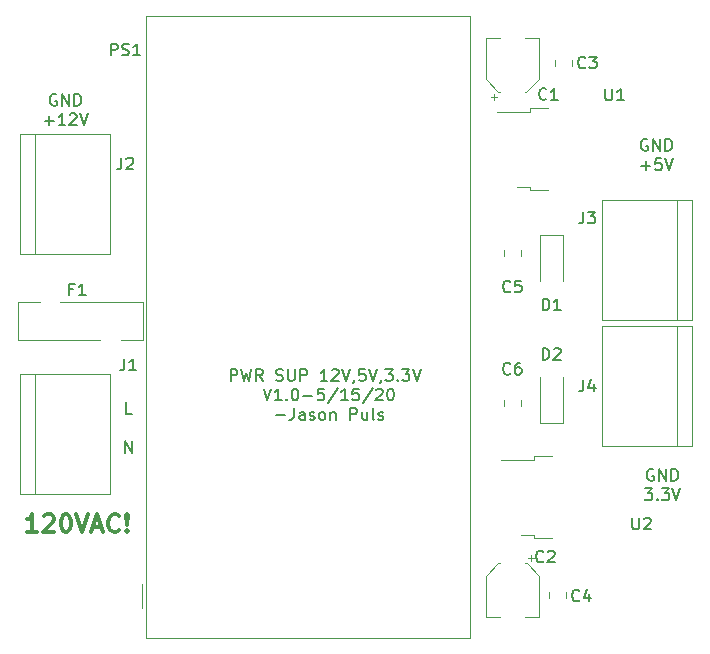
<source format=gbr>
G04 #@! TF.GenerationSoftware,KiCad,Pcbnew,5.1.5-52549c5~84~ubuntu18.04.1*
G04 #@! TF.CreationDate,2020-05-16T16:19:51-04:00*
G04 #@! TF.ProjectId,PWR_SUPPLY,5057525f-5355-4505-904c-592e6b696361,rev?*
G04 #@! TF.SameCoordinates,Original*
G04 #@! TF.FileFunction,Legend,Top*
G04 #@! TF.FilePolarity,Positive*
%FSLAX46Y46*%
G04 Gerber Fmt 4.6, Leading zero omitted, Abs format (unit mm)*
G04 Created by KiCad (PCBNEW 5.1.5-52549c5~84~ubuntu18.04.1) date 2020-05-16 16:19:51*
%MOMM*%
%LPD*%
G04 APERTURE LIST*
%ADD10C,0.150000*%
%ADD11C,0.300000*%
%ADD12C,0.120000*%
G04 APERTURE END LIST*
D10*
X120959523Y-99894380D02*
X120483333Y-99894380D01*
X120483333Y-98894380D01*
X120364285Y-103194380D02*
X120364285Y-102194380D01*
X120935714Y-103194380D01*
X120935714Y-102194380D01*
X165100095Y-104593000D02*
X165004857Y-104545380D01*
X164862000Y-104545380D01*
X164719142Y-104593000D01*
X164623904Y-104688238D01*
X164576285Y-104783476D01*
X164528666Y-104973952D01*
X164528666Y-105116809D01*
X164576285Y-105307285D01*
X164623904Y-105402523D01*
X164719142Y-105497761D01*
X164862000Y-105545380D01*
X164957238Y-105545380D01*
X165100095Y-105497761D01*
X165147714Y-105450142D01*
X165147714Y-105116809D01*
X164957238Y-105116809D01*
X165576285Y-105545380D02*
X165576285Y-104545380D01*
X166147714Y-105545380D01*
X166147714Y-104545380D01*
X166623904Y-105545380D02*
X166623904Y-104545380D01*
X166862000Y-104545380D01*
X167004857Y-104593000D01*
X167100095Y-104688238D01*
X167147714Y-104783476D01*
X167195333Y-104973952D01*
X167195333Y-105116809D01*
X167147714Y-105307285D01*
X167100095Y-105402523D01*
X167004857Y-105497761D01*
X166862000Y-105545380D01*
X166623904Y-105545380D01*
X164385809Y-106195380D02*
X165004857Y-106195380D01*
X164671523Y-106576333D01*
X164814380Y-106576333D01*
X164909619Y-106623952D01*
X164957238Y-106671571D01*
X165004857Y-106766809D01*
X165004857Y-107004904D01*
X164957238Y-107100142D01*
X164909619Y-107147761D01*
X164814380Y-107195380D01*
X164528666Y-107195380D01*
X164433428Y-107147761D01*
X164385809Y-107100142D01*
X165433428Y-107100142D02*
X165481047Y-107147761D01*
X165433428Y-107195380D01*
X165385809Y-107147761D01*
X165433428Y-107100142D01*
X165433428Y-107195380D01*
X165814380Y-106195380D02*
X166433428Y-106195380D01*
X166100095Y-106576333D01*
X166242952Y-106576333D01*
X166338190Y-106623952D01*
X166385809Y-106671571D01*
X166433428Y-106766809D01*
X166433428Y-107004904D01*
X166385809Y-107100142D01*
X166338190Y-107147761D01*
X166242952Y-107195380D01*
X165957238Y-107195380D01*
X165862000Y-107147761D01*
X165814380Y-107100142D01*
X166719142Y-106195380D02*
X167052476Y-107195380D01*
X167385809Y-106195380D01*
X164592095Y-76653000D02*
X164496857Y-76605380D01*
X164354000Y-76605380D01*
X164211142Y-76653000D01*
X164115904Y-76748238D01*
X164068285Y-76843476D01*
X164020666Y-77033952D01*
X164020666Y-77176809D01*
X164068285Y-77367285D01*
X164115904Y-77462523D01*
X164211142Y-77557761D01*
X164354000Y-77605380D01*
X164449238Y-77605380D01*
X164592095Y-77557761D01*
X164639714Y-77510142D01*
X164639714Y-77176809D01*
X164449238Y-77176809D01*
X165068285Y-77605380D02*
X165068285Y-76605380D01*
X165639714Y-77605380D01*
X165639714Y-76605380D01*
X166115904Y-77605380D02*
X166115904Y-76605380D01*
X166354000Y-76605380D01*
X166496857Y-76653000D01*
X166592095Y-76748238D01*
X166639714Y-76843476D01*
X166687333Y-77033952D01*
X166687333Y-77176809D01*
X166639714Y-77367285D01*
X166592095Y-77462523D01*
X166496857Y-77557761D01*
X166354000Y-77605380D01*
X166115904Y-77605380D01*
X164068285Y-78874428D02*
X164830190Y-78874428D01*
X164449238Y-79255380D02*
X164449238Y-78493476D01*
X165782571Y-78255380D02*
X165306380Y-78255380D01*
X165258761Y-78731571D01*
X165306380Y-78683952D01*
X165401619Y-78636333D01*
X165639714Y-78636333D01*
X165734952Y-78683952D01*
X165782571Y-78731571D01*
X165830190Y-78826809D01*
X165830190Y-79064904D01*
X165782571Y-79160142D01*
X165734952Y-79207761D01*
X165639714Y-79255380D01*
X165401619Y-79255380D01*
X165306380Y-79207761D01*
X165258761Y-79160142D01*
X166115904Y-78255380D02*
X166449238Y-79255380D01*
X166782571Y-78255380D01*
X114554095Y-72843000D02*
X114458857Y-72795380D01*
X114316000Y-72795380D01*
X114173142Y-72843000D01*
X114077904Y-72938238D01*
X114030285Y-73033476D01*
X113982666Y-73223952D01*
X113982666Y-73366809D01*
X114030285Y-73557285D01*
X114077904Y-73652523D01*
X114173142Y-73747761D01*
X114316000Y-73795380D01*
X114411238Y-73795380D01*
X114554095Y-73747761D01*
X114601714Y-73700142D01*
X114601714Y-73366809D01*
X114411238Y-73366809D01*
X115030285Y-73795380D02*
X115030285Y-72795380D01*
X115601714Y-73795380D01*
X115601714Y-72795380D01*
X116077904Y-73795380D02*
X116077904Y-72795380D01*
X116316000Y-72795380D01*
X116458857Y-72843000D01*
X116554095Y-72938238D01*
X116601714Y-73033476D01*
X116649333Y-73223952D01*
X116649333Y-73366809D01*
X116601714Y-73557285D01*
X116554095Y-73652523D01*
X116458857Y-73747761D01*
X116316000Y-73795380D01*
X116077904Y-73795380D01*
X113554095Y-75064428D02*
X114316000Y-75064428D01*
X113935047Y-75445380D02*
X113935047Y-74683476D01*
X115316000Y-75445380D02*
X114744571Y-75445380D01*
X115030285Y-75445380D02*
X115030285Y-74445380D01*
X114935047Y-74588238D01*
X114839809Y-74683476D01*
X114744571Y-74731095D01*
X115696952Y-74540619D02*
X115744571Y-74493000D01*
X115839809Y-74445380D01*
X116077904Y-74445380D01*
X116173142Y-74493000D01*
X116220761Y-74540619D01*
X116268380Y-74635857D01*
X116268380Y-74731095D01*
X116220761Y-74873952D01*
X115649333Y-75445380D01*
X116268380Y-75445380D01*
X116554095Y-74445380D02*
X116887428Y-75445380D01*
X117220761Y-74445380D01*
D11*
X112939142Y-109898571D02*
X112082000Y-109898571D01*
X112510571Y-109898571D02*
X112510571Y-108398571D01*
X112367714Y-108612857D01*
X112224857Y-108755714D01*
X112082000Y-108827142D01*
X113510571Y-108541428D02*
X113582000Y-108470000D01*
X113724857Y-108398571D01*
X114082000Y-108398571D01*
X114224857Y-108470000D01*
X114296285Y-108541428D01*
X114367714Y-108684285D01*
X114367714Y-108827142D01*
X114296285Y-109041428D01*
X113439142Y-109898571D01*
X114367714Y-109898571D01*
X115296285Y-108398571D02*
X115439142Y-108398571D01*
X115582000Y-108470000D01*
X115653428Y-108541428D01*
X115724857Y-108684285D01*
X115796285Y-108970000D01*
X115796285Y-109327142D01*
X115724857Y-109612857D01*
X115653428Y-109755714D01*
X115582000Y-109827142D01*
X115439142Y-109898571D01*
X115296285Y-109898571D01*
X115153428Y-109827142D01*
X115082000Y-109755714D01*
X115010571Y-109612857D01*
X114939142Y-109327142D01*
X114939142Y-108970000D01*
X115010571Y-108684285D01*
X115082000Y-108541428D01*
X115153428Y-108470000D01*
X115296285Y-108398571D01*
X116224857Y-108398571D02*
X116724857Y-109898571D01*
X117224857Y-108398571D01*
X117653428Y-109470000D02*
X118367714Y-109470000D01*
X117510571Y-109898571D02*
X118010571Y-108398571D01*
X118510571Y-109898571D01*
X119867714Y-109755714D02*
X119796285Y-109827142D01*
X119582000Y-109898571D01*
X119439142Y-109898571D01*
X119224857Y-109827142D01*
X119082000Y-109684285D01*
X119010571Y-109541428D01*
X118939142Y-109255714D01*
X118939142Y-109041428D01*
X119010571Y-108755714D01*
X119082000Y-108612857D01*
X119224857Y-108470000D01*
X119439142Y-108398571D01*
X119582000Y-108398571D01*
X119796285Y-108470000D01*
X119867714Y-108541428D01*
X120510571Y-109755714D02*
X120582000Y-109827142D01*
X120510571Y-109898571D01*
X120439142Y-109827142D01*
X120510571Y-109755714D01*
X120510571Y-109898571D01*
X120510571Y-109327142D02*
X120439142Y-108470000D01*
X120510571Y-108398571D01*
X120582000Y-108470000D01*
X120510571Y-109327142D01*
X120510571Y-108398571D01*
D10*
X129310857Y-97100380D02*
X129310857Y-96100380D01*
X129691809Y-96100380D01*
X129787047Y-96148000D01*
X129834666Y-96195619D01*
X129882285Y-96290857D01*
X129882285Y-96433714D01*
X129834666Y-96528952D01*
X129787047Y-96576571D01*
X129691809Y-96624190D01*
X129310857Y-96624190D01*
X130215619Y-96100380D02*
X130453714Y-97100380D01*
X130644190Y-96386095D01*
X130834666Y-97100380D01*
X131072761Y-96100380D01*
X132025142Y-97100380D02*
X131691809Y-96624190D01*
X131453714Y-97100380D02*
X131453714Y-96100380D01*
X131834666Y-96100380D01*
X131929904Y-96148000D01*
X131977523Y-96195619D01*
X132025142Y-96290857D01*
X132025142Y-96433714D01*
X131977523Y-96528952D01*
X131929904Y-96576571D01*
X131834666Y-96624190D01*
X131453714Y-96624190D01*
X133168000Y-97052761D02*
X133310857Y-97100380D01*
X133548952Y-97100380D01*
X133644190Y-97052761D01*
X133691809Y-97005142D01*
X133739428Y-96909904D01*
X133739428Y-96814666D01*
X133691809Y-96719428D01*
X133644190Y-96671809D01*
X133548952Y-96624190D01*
X133358476Y-96576571D01*
X133263238Y-96528952D01*
X133215619Y-96481333D01*
X133168000Y-96386095D01*
X133168000Y-96290857D01*
X133215619Y-96195619D01*
X133263238Y-96148000D01*
X133358476Y-96100380D01*
X133596571Y-96100380D01*
X133739428Y-96148000D01*
X134168000Y-96100380D02*
X134168000Y-96909904D01*
X134215619Y-97005142D01*
X134263238Y-97052761D01*
X134358476Y-97100380D01*
X134548952Y-97100380D01*
X134644190Y-97052761D01*
X134691809Y-97005142D01*
X134739428Y-96909904D01*
X134739428Y-96100380D01*
X135215619Y-97100380D02*
X135215619Y-96100380D01*
X135596571Y-96100380D01*
X135691809Y-96148000D01*
X135739428Y-96195619D01*
X135787047Y-96290857D01*
X135787047Y-96433714D01*
X135739428Y-96528952D01*
X135691809Y-96576571D01*
X135596571Y-96624190D01*
X135215619Y-96624190D01*
X137501333Y-97100380D02*
X136929904Y-97100380D01*
X137215619Y-97100380D02*
X137215619Y-96100380D01*
X137120380Y-96243238D01*
X137025142Y-96338476D01*
X136929904Y-96386095D01*
X137882285Y-96195619D02*
X137929904Y-96148000D01*
X138025142Y-96100380D01*
X138263238Y-96100380D01*
X138358476Y-96148000D01*
X138406095Y-96195619D01*
X138453714Y-96290857D01*
X138453714Y-96386095D01*
X138406095Y-96528952D01*
X137834666Y-97100380D01*
X138453714Y-97100380D01*
X138739428Y-96100380D02*
X139072761Y-97100380D01*
X139406095Y-96100380D01*
X139787047Y-97052761D02*
X139787047Y-97100380D01*
X139739428Y-97195619D01*
X139691809Y-97243238D01*
X140691809Y-96100380D02*
X140215619Y-96100380D01*
X140168000Y-96576571D01*
X140215619Y-96528952D01*
X140310857Y-96481333D01*
X140548952Y-96481333D01*
X140644190Y-96528952D01*
X140691809Y-96576571D01*
X140739428Y-96671809D01*
X140739428Y-96909904D01*
X140691809Y-97005142D01*
X140644190Y-97052761D01*
X140548952Y-97100380D01*
X140310857Y-97100380D01*
X140215619Y-97052761D01*
X140168000Y-97005142D01*
X141025142Y-96100380D02*
X141358476Y-97100380D01*
X141691809Y-96100380D01*
X142072761Y-97052761D02*
X142072761Y-97100380D01*
X142025142Y-97195619D01*
X141977523Y-97243238D01*
X142406095Y-96100380D02*
X143025142Y-96100380D01*
X142691809Y-96481333D01*
X142834666Y-96481333D01*
X142929904Y-96528952D01*
X142977523Y-96576571D01*
X143025142Y-96671809D01*
X143025142Y-96909904D01*
X142977523Y-97005142D01*
X142929904Y-97052761D01*
X142834666Y-97100380D01*
X142548952Y-97100380D01*
X142453714Y-97052761D01*
X142406095Y-97005142D01*
X143453714Y-97005142D02*
X143501333Y-97052761D01*
X143453714Y-97100380D01*
X143406095Y-97052761D01*
X143453714Y-97005142D01*
X143453714Y-97100380D01*
X143834666Y-96100380D02*
X144453714Y-96100380D01*
X144120380Y-96481333D01*
X144263238Y-96481333D01*
X144358476Y-96528952D01*
X144406095Y-96576571D01*
X144453714Y-96671809D01*
X144453714Y-96909904D01*
X144406095Y-97005142D01*
X144358476Y-97052761D01*
X144263238Y-97100380D01*
X143977523Y-97100380D01*
X143882285Y-97052761D01*
X143834666Y-97005142D01*
X144739428Y-96100380D02*
X145072761Y-97100380D01*
X145406095Y-96100380D01*
X132096571Y-97750380D02*
X132429904Y-98750380D01*
X132763238Y-97750380D01*
X133620380Y-98750380D02*
X133048952Y-98750380D01*
X133334666Y-98750380D02*
X133334666Y-97750380D01*
X133239428Y-97893238D01*
X133144190Y-97988476D01*
X133048952Y-98036095D01*
X134048952Y-98655142D02*
X134096571Y-98702761D01*
X134048952Y-98750380D01*
X134001333Y-98702761D01*
X134048952Y-98655142D01*
X134048952Y-98750380D01*
X134715619Y-97750380D02*
X134810857Y-97750380D01*
X134906095Y-97798000D01*
X134953714Y-97845619D01*
X135001333Y-97940857D01*
X135048952Y-98131333D01*
X135048952Y-98369428D01*
X135001333Y-98559904D01*
X134953714Y-98655142D01*
X134906095Y-98702761D01*
X134810857Y-98750380D01*
X134715619Y-98750380D01*
X134620380Y-98702761D01*
X134572761Y-98655142D01*
X134525142Y-98559904D01*
X134477523Y-98369428D01*
X134477523Y-98131333D01*
X134525142Y-97940857D01*
X134572761Y-97845619D01*
X134620380Y-97798000D01*
X134715619Y-97750380D01*
X135477523Y-98369428D02*
X136239428Y-98369428D01*
X137191809Y-97750380D02*
X136715619Y-97750380D01*
X136668000Y-98226571D01*
X136715619Y-98178952D01*
X136810857Y-98131333D01*
X137048952Y-98131333D01*
X137144190Y-98178952D01*
X137191809Y-98226571D01*
X137239428Y-98321809D01*
X137239428Y-98559904D01*
X137191809Y-98655142D01*
X137144190Y-98702761D01*
X137048952Y-98750380D01*
X136810857Y-98750380D01*
X136715619Y-98702761D01*
X136668000Y-98655142D01*
X138382285Y-97702761D02*
X137525142Y-98988476D01*
X139239428Y-98750380D02*
X138668000Y-98750380D01*
X138953714Y-98750380D02*
X138953714Y-97750380D01*
X138858476Y-97893238D01*
X138763238Y-97988476D01*
X138668000Y-98036095D01*
X140144190Y-97750380D02*
X139668000Y-97750380D01*
X139620380Y-98226571D01*
X139668000Y-98178952D01*
X139763238Y-98131333D01*
X140001333Y-98131333D01*
X140096571Y-98178952D01*
X140144190Y-98226571D01*
X140191809Y-98321809D01*
X140191809Y-98559904D01*
X140144190Y-98655142D01*
X140096571Y-98702761D01*
X140001333Y-98750380D01*
X139763238Y-98750380D01*
X139668000Y-98702761D01*
X139620380Y-98655142D01*
X141334666Y-97702761D02*
X140477523Y-98988476D01*
X141620380Y-97845619D02*
X141668000Y-97798000D01*
X141763238Y-97750380D01*
X142001333Y-97750380D01*
X142096571Y-97798000D01*
X142144190Y-97845619D01*
X142191809Y-97940857D01*
X142191809Y-98036095D01*
X142144190Y-98178952D01*
X141572761Y-98750380D01*
X142191809Y-98750380D01*
X142810857Y-97750380D02*
X142906095Y-97750380D01*
X143001333Y-97798000D01*
X143048952Y-97845619D01*
X143096571Y-97940857D01*
X143144190Y-98131333D01*
X143144190Y-98369428D01*
X143096571Y-98559904D01*
X143048952Y-98655142D01*
X143001333Y-98702761D01*
X142906095Y-98750380D01*
X142810857Y-98750380D01*
X142715619Y-98702761D01*
X142668000Y-98655142D01*
X142620380Y-98559904D01*
X142572761Y-98369428D01*
X142572761Y-98131333D01*
X142620380Y-97940857D01*
X142668000Y-97845619D01*
X142715619Y-97798000D01*
X142810857Y-97750380D01*
X133144190Y-100019428D02*
X133906095Y-100019428D01*
X134668000Y-99400380D02*
X134668000Y-100114666D01*
X134620380Y-100257523D01*
X134525142Y-100352761D01*
X134382285Y-100400380D01*
X134287047Y-100400380D01*
X135572761Y-100400380D02*
X135572761Y-99876571D01*
X135525142Y-99781333D01*
X135429904Y-99733714D01*
X135239428Y-99733714D01*
X135144190Y-99781333D01*
X135572761Y-100352761D02*
X135477523Y-100400380D01*
X135239428Y-100400380D01*
X135144190Y-100352761D01*
X135096571Y-100257523D01*
X135096571Y-100162285D01*
X135144190Y-100067047D01*
X135239428Y-100019428D01*
X135477523Y-100019428D01*
X135572761Y-99971809D01*
X136001333Y-100352761D02*
X136096571Y-100400380D01*
X136287047Y-100400380D01*
X136382285Y-100352761D01*
X136429904Y-100257523D01*
X136429904Y-100209904D01*
X136382285Y-100114666D01*
X136287047Y-100067047D01*
X136144190Y-100067047D01*
X136048952Y-100019428D01*
X136001333Y-99924190D01*
X136001333Y-99876571D01*
X136048952Y-99781333D01*
X136144190Y-99733714D01*
X136287047Y-99733714D01*
X136382285Y-99781333D01*
X137001333Y-100400380D02*
X136906095Y-100352761D01*
X136858476Y-100305142D01*
X136810857Y-100209904D01*
X136810857Y-99924190D01*
X136858476Y-99828952D01*
X136906095Y-99781333D01*
X137001333Y-99733714D01*
X137144190Y-99733714D01*
X137239428Y-99781333D01*
X137287047Y-99828952D01*
X137334666Y-99924190D01*
X137334666Y-100209904D01*
X137287047Y-100305142D01*
X137239428Y-100352761D01*
X137144190Y-100400380D01*
X137001333Y-100400380D01*
X137763238Y-99733714D02*
X137763238Y-100400380D01*
X137763238Y-99828952D02*
X137810857Y-99781333D01*
X137906095Y-99733714D01*
X138048952Y-99733714D01*
X138144190Y-99781333D01*
X138191809Y-99876571D01*
X138191809Y-100400380D01*
X139429904Y-100400380D02*
X139429904Y-99400380D01*
X139810857Y-99400380D01*
X139906095Y-99448000D01*
X139953714Y-99495619D01*
X140001333Y-99590857D01*
X140001333Y-99733714D01*
X139953714Y-99828952D01*
X139906095Y-99876571D01*
X139810857Y-99924190D01*
X139429904Y-99924190D01*
X140858476Y-99733714D02*
X140858476Y-100400380D01*
X140429904Y-99733714D02*
X140429904Y-100257523D01*
X140477523Y-100352761D01*
X140572761Y-100400380D01*
X140715619Y-100400380D01*
X140810857Y-100352761D01*
X140858476Y-100305142D01*
X141477523Y-100400380D02*
X141382285Y-100352761D01*
X141334666Y-100257523D01*
X141334666Y-99400380D01*
X141810857Y-100352761D02*
X141906095Y-100400380D01*
X142096571Y-100400380D01*
X142191809Y-100352761D01*
X142239428Y-100257523D01*
X142239428Y-100209904D01*
X142191809Y-100114666D01*
X142096571Y-100067047D01*
X141953714Y-100067047D01*
X141858476Y-100019428D01*
X141810857Y-99924190D01*
X141810857Y-99876571D01*
X141858476Y-99781333D01*
X141953714Y-99733714D01*
X142096571Y-99733714D01*
X142191809Y-99781333D01*
D12*
X122156000Y-118836000D02*
X149596000Y-118836000D01*
X149596000Y-118836000D02*
X149596000Y-66196000D01*
X122156000Y-118836000D02*
X122156000Y-66196000D01*
X122156000Y-66196000D02*
X149596000Y-66196000D01*
X121826000Y-114316000D02*
X121826000Y-116316000D01*
X168402000Y-102616000D02*
X168402000Y-92456000D01*
X160782000Y-102616000D02*
X168402000Y-102616000D01*
X160782000Y-92456000D02*
X160782000Y-102616000D01*
X168402000Y-92456000D02*
X160782000Y-92456000D01*
X167132000Y-92456000D02*
X167132000Y-102616000D01*
X168402000Y-91948000D02*
X168402000Y-81788000D01*
X160782000Y-91948000D02*
X168402000Y-91948000D01*
X160782000Y-81788000D02*
X160782000Y-91948000D01*
X168402000Y-81788000D02*
X160782000Y-81788000D01*
X167132000Y-81788000D02*
X167132000Y-91948000D01*
X111506000Y-76200000D02*
X111506000Y-86360000D01*
X119126000Y-76200000D02*
X111506000Y-76200000D01*
X119126000Y-86360000D02*
X119126000Y-76200000D01*
X111506000Y-86360000D02*
X119126000Y-86360000D01*
X112776000Y-86360000D02*
X112776000Y-76200000D01*
X111506000Y-96520000D02*
X111506000Y-106680000D01*
X119126000Y-96520000D02*
X111506000Y-96520000D01*
X119126000Y-106680000D02*
X119126000Y-96520000D01*
X111506000Y-106680000D02*
X119126000Y-106680000D01*
X112776000Y-106680000D02*
X112776000Y-96520000D01*
X154688000Y-80650000D02*
X153588000Y-80650000D01*
X154688000Y-80920000D02*
X154688000Y-80650000D01*
X156188000Y-80920000D02*
X154688000Y-80920000D01*
X154688000Y-74290000D02*
X151858000Y-74290000D01*
X154688000Y-74020000D02*
X154688000Y-74290000D01*
X156188000Y-74020000D02*
X154688000Y-74020000D01*
X155010000Y-110114000D02*
X153910000Y-110114000D01*
X155010000Y-110384000D02*
X155010000Y-110114000D01*
X156510000Y-110384000D02*
X155010000Y-110384000D01*
X155010000Y-103754000D02*
X152180000Y-103754000D01*
X155010000Y-103484000D02*
X155010000Y-103754000D01*
X156510000Y-103484000D02*
X155010000Y-103484000D01*
X111276000Y-93640000D02*
X111276000Y-90440000D01*
X121877000Y-93640000D02*
X121877000Y-90440000D01*
X113147000Y-90440000D02*
X111276000Y-90440000D01*
X121877000Y-90440000D02*
X114904000Y-90440000D01*
X118247000Y-93640000D02*
X111276000Y-93640000D01*
X121877000Y-93640000D02*
X120005000Y-93640000D01*
X155464000Y-100676000D02*
X155464000Y-96776000D01*
X157464000Y-100676000D02*
X157464000Y-96776000D01*
X155464000Y-100676000D02*
X157464000Y-100676000D01*
X157464000Y-84744000D02*
X157464000Y-88644000D01*
X155464000Y-84744000D02*
X155464000Y-88644000D01*
X157464000Y-84744000D02*
X155464000Y-84744000D01*
X153872000Y-99240078D02*
X153872000Y-98722922D01*
X152452000Y-99240078D02*
X152452000Y-98722922D01*
X152452000Y-86022922D02*
X152452000Y-86540078D01*
X153872000Y-86022922D02*
X153872000Y-86540078D01*
X156262000Y-114978922D02*
X156262000Y-115496078D01*
X157682000Y-114978922D02*
X157682000Y-115496078D01*
X158190000Y-70441078D02*
X158190000Y-69923922D01*
X156770000Y-70441078D02*
X156770000Y-69923922D01*
X154994000Y-112058000D02*
X154494000Y-112058000D01*
X154744000Y-111808000D02*
X154744000Y-112308000D01*
X151988437Y-112548000D02*
X150924000Y-113612437D01*
X154379563Y-112548000D02*
X155444000Y-113612437D01*
X154379563Y-112548000D02*
X154244000Y-112548000D01*
X151988437Y-112548000D02*
X152124000Y-112548000D01*
X150924000Y-113612437D02*
X150924000Y-117068000D01*
X155444000Y-113612437D02*
X155444000Y-117068000D01*
X155444000Y-117068000D02*
X154244000Y-117068000D01*
X150924000Y-117068000D02*
X152124000Y-117068000D01*
X151352000Y-73086000D02*
X151852000Y-73086000D01*
X151602000Y-73336000D02*
X151602000Y-72836000D01*
X154357563Y-72596000D02*
X155422000Y-71531563D01*
X151966437Y-72596000D02*
X150902000Y-71531563D01*
X151966437Y-72596000D02*
X152102000Y-72596000D01*
X154357563Y-72596000D02*
X154222000Y-72596000D01*
X155422000Y-71531563D02*
X155422000Y-68076000D01*
X150902000Y-71531563D02*
X150902000Y-68076000D01*
X150902000Y-68076000D02*
X152102000Y-68076000D01*
X155422000Y-68076000D02*
X154222000Y-68076000D01*
D10*
X119181714Y-69540380D02*
X119181714Y-68540380D01*
X119562666Y-68540380D01*
X119657904Y-68588000D01*
X119705523Y-68635619D01*
X119753142Y-68730857D01*
X119753142Y-68873714D01*
X119705523Y-68968952D01*
X119657904Y-69016571D01*
X119562666Y-69064190D01*
X119181714Y-69064190D01*
X120134095Y-69492761D02*
X120276952Y-69540380D01*
X120515047Y-69540380D01*
X120610285Y-69492761D01*
X120657904Y-69445142D01*
X120705523Y-69349904D01*
X120705523Y-69254666D01*
X120657904Y-69159428D01*
X120610285Y-69111809D01*
X120515047Y-69064190D01*
X120324571Y-69016571D01*
X120229333Y-68968952D01*
X120181714Y-68921333D01*
X120134095Y-68826095D01*
X120134095Y-68730857D01*
X120181714Y-68635619D01*
X120229333Y-68588000D01*
X120324571Y-68540380D01*
X120562666Y-68540380D01*
X120705523Y-68588000D01*
X121657904Y-69540380D02*
X121086476Y-69540380D01*
X121372190Y-69540380D02*
X121372190Y-68540380D01*
X121276952Y-68683238D01*
X121181714Y-68778476D01*
X121086476Y-68826095D01*
X159178666Y-96988380D02*
X159178666Y-97702666D01*
X159131047Y-97845523D01*
X159035809Y-97940761D01*
X158892952Y-97988380D01*
X158797714Y-97988380D01*
X160083428Y-97321714D02*
X160083428Y-97988380D01*
X159845333Y-96940761D02*
X159607238Y-97655047D01*
X160226285Y-97655047D01*
X159178666Y-82764380D02*
X159178666Y-83478666D01*
X159131047Y-83621523D01*
X159035809Y-83716761D01*
X158892952Y-83764380D01*
X158797714Y-83764380D01*
X159559619Y-82764380D02*
X160178666Y-82764380D01*
X159845333Y-83145333D01*
X159988190Y-83145333D01*
X160083428Y-83192952D01*
X160131047Y-83240571D01*
X160178666Y-83335809D01*
X160178666Y-83573904D01*
X160131047Y-83669142D01*
X160083428Y-83716761D01*
X159988190Y-83764380D01*
X159702476Y-83764380D01*
X159607238Y-83716761D01*
X159559619Y-83669142D01*
X120062666Y-78192380D02*
X120062666Y-78906666D01*
X120015047Y-79049523D01*
X119919809Y-79144761D01*
X119776952Y-79192380D01*
X119681714Y-79192380D01*
X120491238Y-78287619D02*
X120538857Y-78240000D01*
X120634095Y-78192380D01*
X120872190Y-78192380D01*
X120967428Y-78240000D01*
X121015047Y-78287619D01*
X121062666Y-78382857D01*
X121062666Y-78478095D01*
X121015047Y-78620952D01*
X120443619Y-79192380D01*
X121062666Y-79192380D01*
X120316666Y-95210380D02*
X120316666Y-95924666D01*
X120269047Y-96067523D01*
X120173809Y-96162761D01*
X120030952Y-96210380D01*
X119935714Y-96210380D01*
X121316666Y-96210380D02*
X120745238Y-96210380D01*
X121030952Y-96210380D02*
X121030952Y-95210380D01*
X120935714Y-95353238D01*
X120840476Y-95448476D01*
X120745238Y-95496095D01*
X161036095Y-72350380D02*
X161036095Y-73159904D01*
X161083714Y-73255142D01*
X161131333Y-73302761D01*
X161226571Y-73350380D01*
X161417047Y-73350380D01*
X161512285Y-73302761D01*
X161559904Y-73255142D01*
X161607523Y-73159904D01*
X161607523Y-72350380D01*
X162607523Y-73350380D02*
X162036095Y-73350380D01*
X162321809Y-73350380D02*
X162321809Y-72350380D01*
X162226571Y-72493238D01*
X162131333Y-72588476D01*
X162036095Y-72636095D01*
X163322095Y-108672380D02*
X163322095Y-109481904D01*
X163369714Y-109577142D01*
X163417333Y-109624761D01*
X163512571Y-109672380D01*
X163703047Y-109672380D01*
X163798285Y-109624761D01*
X163845904Y-109577142D01*
X163893523Y-109481904D01*
X163893523Y-108672380D01*
X164322095Y-108767619D02*
X164369714Y-108720000D01*
X164464952Y-108672380D01*
X164703047Y-108672380D01*
X164798285Y-108720000D01*
X164845904Y-108767619D01*
X164893523Y-108862857D01*
X164893523Y-108958095D01*
X164845904Y-109100952D01*
X164274476Y-109672380D01*
X164893523Y-109672380D01*
X115978666Y-89336571D02*
X115645333Y-89336571D01*
X115645333Y-89860380D02*
X115645333Y-88860380D01*
X116121523Y-88860380D01*
X117026285Y-89860380D02*
X116454857Y-89860380D01*
X116740571Y-89860380D02*
X116740571Y-88860380D01*
X116645333Y-89003238D01*
X116550095Y-89098476D01*
X116454857Y-89146095D01*
X155725904Y-95322380D02*
X155725904Y-94322380D01*
X155964000Y-94322380D01*
X156106857Y-94370000D01*
X156202095Y-94465238D01*
X156249714Y-94560476D01*
X156297333Y-94750952D01*
X156297333Y-94893809D01*
X156249714Y-95084285D01*
X156202095Y-95179523D01*
X156106857Y-95274761D01*
X155964000Y-95322380D01*
X155725904Y-95322380D01*
X156678285Y-94417619D02*
X156725904Y-94370000D01*
X156821142Y-94322380D01*
X157059238Y-94322380D01*
X157154476Y-94370000D01*
X157202095Y-94417619D01*
X157249714Y-94512857D01*
X157249714Y-94608095D01*
X157202095Y-94750952D01*
X156630666Y-95322380D01*
X157249714Y-95322380D01*
X155725904Y-91130380D02*
X155725904Y-90130380D01*
X155964000Y-90130380D01*
X156106857Y-90178000D01*
X156202095Y-90273238D01*
X156249714Y-90368476D01*
X156297333Y-90558952D01*
X156297333Y-90701809D01*
X156249714Y-90892285D01*
X156202095Y-90987523D01*
X156106857Y-91082761D01*
X155964000Y-91130380D01*
X155725904Y-91130380D01*
X157249714Y-91130380D02*
X156678285Y-91130380D01*
X156964000Y-91130380D02*
X156964000Y-90130380D01*
X156868761Y-90273238D01*
X156773523Y-90368476D01*
X156678285Y-90416095D01*
X152995333Y-96466142D02*
X152947714Y-96513761D01*
X152804857Y-96561380D01*
X152709619Y-96561380D01*
X152566761Y-96513761D01*
X152471523Y-96418523D01*
X152423904Y-96323285D01*
X152376285Y-96132809D01*
X152376285Y-95989952D01*
X152423904Y-95799476D01*
X152471523Y-95704238D01*
X152566761Y-95609000D01*
X152709619Y-95561380D01*
X152804857Y-95561380D01*
X152947714Y-95609000D01*
X152995333Y-95656619D01*
X153852476Y-95561380D02*
X153662000Y-95561380D01*
X153566761Y-95609000D01*
X153519142Y-95656619D01*
X153423904Y-95799476D01*
X153376285Y-95989952D01*
X153376285Y-96370904D01*
X153423904Y-96466142D01*
X153471523Y-96513761D01*
X153566761Y-96561380D01*
X153757238Y-96561380D01*
X153852476Y-96513761D01*
X153900095Y-96466142D01*
X153947714Y-96370904D01*
X153947714Y-96132809D01*
X153900095Y-96037571D01*
X153852476Y-95989952D01*
X153757238Y-95942333D01*
X153566761Y-95942333D01*
X153471523Y-95989952D01*
X153423904Y-96037571D01*
X153376285Y-96132809D01*
X152995333Y-89511142D02*
X152947714Y-89558761D01*
X152804857Y-89606380D01*
X152709619Y-89606380D01*
X152566761Y-89558761D01*
X152471523Y-89463523D01*
X152423904Y-89368285D01*
X152376285Y-89177809D01*
X152376285Y-89034952D01*
X152423904Y-88844476D01*
X152471523Y-88749238D01*
X152566761Y-88654000D01*
X152709619Y-88606380D01*
X152804857Y-88606380D01*
X152947714Y-88654000D01*
X152995333Y-88701619D01*
X153900095Y-88606380D02*
X153423904Y-88606380D01*
X153376285Y-89082571D01*
X153423904Y-89034952D01*
X153519142Y-88987333D01*
X153757238Y-88987333D01*
X153852476Y-89034952D01*
X153900095Y-89082571D01*
X153947714Y-89177809D01*
X153947714Y-89415904D01*
X153900095Y-89511142D01*
X153852476Y-89558761D01*
X153757238Y-89606380D01*
X153519142Y-89606380D01*
X153423904Y-89558761D01*
X153376285Y-89511142D01*
X158837333Y-115673142D02*
X158789714Y-115720761D01*
X158646857Y-115768380D01*
X158551619Y-115768380D01*
X158408761Y-115720761D01*
X158313523Y-115625523D01*
X158265904Y-115530285D01*
X158218285Y-115339809D01*
X158218285Y-115196952D01*
X158265904Y-115006476D01*
X158313523Y-114911238D01*
X158408761Y-114816000D01*
X158551619Y-114768380D01*
X158646857Y-114768380D01*
X158789714Y-114816000D01*
X158837333Y-114863619D01*
X159694476Y-115101714D02*
X159694476Y-115768380D01*
X159456380Y-114720761D02*
X159218285Y-115435047D01*
X159837333Y-115435047D01*
X159345333Y-70539642D02*
X159297714Y-70587261D01*
X159154857Y-70634880D01*
X159059619Y-70634880D01*
X158916761Y-70587261D01*
X158821523Y-70492023D01*
X158773904Y-70396785D01*
X158726285Y-70206309D01*
X158726285Y-70063452D01*
X158773904Y-69872976D01*
X158821523Y-69777738D01*
X158916761Y-69682500D01*
X159059619Y-69634880D01*
X159154857Y-69634880D01*
X159297714Y-69682500D01*
X159345333Y-69730119D01*
X159678666Y-69634880D02*
X160297714Y-69634880D01*
X159964380Y-70015833D01*
X160107238Y-70015833D01*
X160202476Y-70063452D01*
X160250095Y-70111071D01*
X160297714Y-70206309D01*
X160297714Y-70444404D01*
X160250095Y-70539642D01*
X160202476Y-70587261D01*
X160107238Y-70634880D01*
X159821523Y-70634880D01*
X159726285Y-70587261D01*
X159678666Y-70539642D01*
X155789333Y-112371142D02*
X155741714Y-112418761D01*
X155598857Y-112466380D01*
X155503619Y-112466380D01*
X155360761Y-112418761D01*
X155265523Y-112323523D01*
X155217904Y-112228285D01*
X155170285Y-112037809D01*
X155170285Y-111894952D01*
X155217904Y-111704476D01*
X155265523Y-111609238D01*
X155360761Y-111514000D01*
X155503619Y-111466380D01*
X155598857Y-111466380D01*
X155741714Y-111514000D01*
X155789333Y-111561619D01*
X156170285Y-111561619D02*
X156217904Y-111514000D01*
X156313142Y-111466380D01*
X156551238Y-111466380D01*
X156646476Y-111514000D01*
X156694095Y-111561619D01*
X156741714Y-111656857D01*
X156741714Y-111752095D01*
X156694095Y-111894952D01*
X156122666Y-112466380D01*
X156741714Y-112466380D01*
X156043333Y-73211142D02*
X155995714Y-73258761D01*
X155852857Y-73306380D01*
X155757619Y-73306380D01*
X155614761Y-73258761D01*
X155519523Y-73163523D01*
X155471904Y-73068285D01*
X155424285Y-72877809D01*
X155424285Y-72734952D01*
X155471904Y-72544476D01*
X155519523Y-72449238D01*
X155614761Y-72354000D01*
X155757619Y-72306380D01*
X155852857Y-72306380D01*
X155995714Y-72354000D01*
X156043333Y-72401619D01*
X156995714Y-73306380D02*
X156424285Y-73306380D01*
X156710000Y-73306380D02*
X156710000Y-72306380D01*
X156614761Y-72449238D01*
X156519523Y-72544476D01*
X156424285Y-72592095D01*
M02*

</source>
